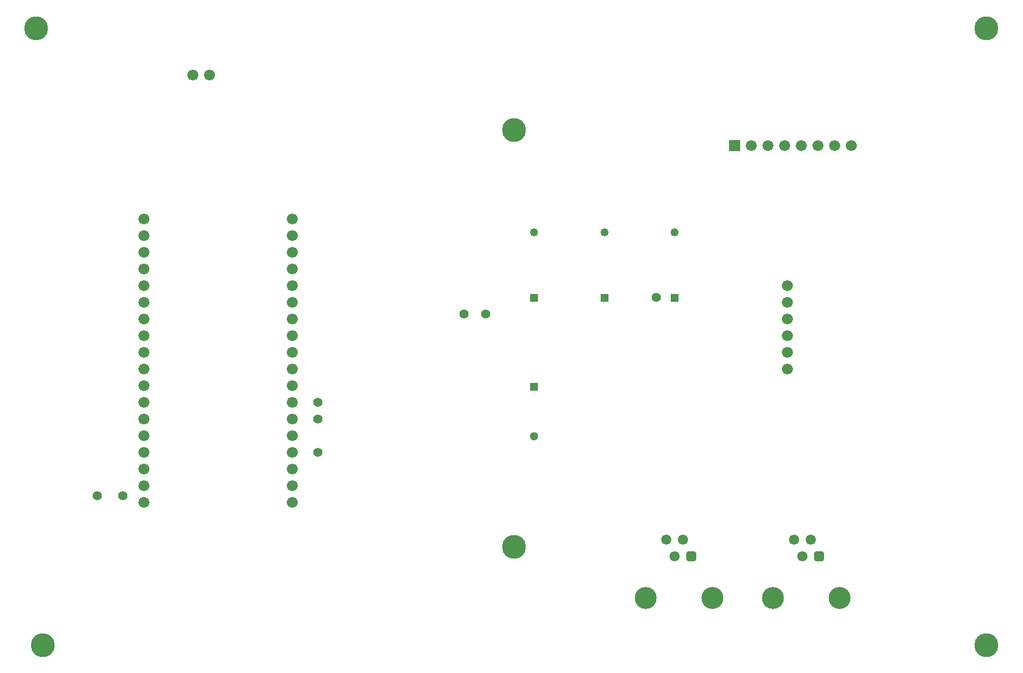
<source format=gbr>
%TF.GenerationSoftware,Altium Limited,Altium Designer,23.10.1 (27)*%
G04 Layer_Color=8388736*
%FSLAX45Y45*%
%MOMM*%
%TF.SameCoordinates,F6A67EC3-CF4D-4AC4-9858-863E4A550454*%
%TF.FilePolarity,Negative*%
%TF.FileFunction,Soldermask,Top*%
%TF.Part,Single*%
G01*
G75*
%TA.AperFunction,ComponentPad*%
%ADD18C,1.25000*%
%ADD19R,1.25000X1.25000*%
%ADD20C,1.30000*%
%ADD21R,1.30000X1.30000*%
%TA.AperFunction,ViaPad*%
%ADD25C,3.65000*%
%TA.AperFunction,ComponentPad*%
%ADD26C,1.67400*%
G04:AMPARAMS|DCode=27|XSize=1.55mm|YSize=1.55mm|CornerRadius=0.425mm|HoleSize=0mm|Usage=FLASHONLY|Rotation=180.000|XOffset=0mm|YOffset=0mm|HoleType=Round|Shape=RoundedRectangle|*
%AMROUNDEDRECTD27*
21,1,1.55000,0.70000,0,0,180.0*
21,1,0.70000,1.55000,0,0,180.0*
1,1,0.85000,-0.35000,0.35000*
1,1,0.85000,0.35000,0.35000*
1,1,0.85000,0.35000,-0.35000*
1,1,0.85000,-0.35000,-0.35000*
%
%ADD27ROUNDEDRECTD27*%
%ADD28C,1.55000*%
%ADD29C,3.35000*%
%ADD30R,1.67400X1.67400*%
%TA.AperFunction,ViaPad*%
%ADD31C,1.42000*%
D18*
X10071100Y6697600D02*
D03*
X8997950D02*
D03*
X7924800D02*
D03*
D19*
X10071100Y5697600D02*
D03*
X8997950D02*
D03*
X7924800D02*
D03*
D20*
Y3587400D02*
D03*
D21*
Y4337400D02*
D03*
D25*
X7620000Y1905000D02*
D03*
Y8255000D02*
D03*
X444500Y406400D02*
D03*
X342900Y9804400D02*
D03*
X14820900D02*
D03*
Y406400D02*
D03*
D26*
X4241800Y6896100D02*
D03*
Y6642100D02*
D03*
Y6388100D02*
D03*
Y6134100D02*
D03*
Y5880100D02*
D03*
Y5626100D02*
D03*
Y5372100D02*
D03*
Y5118100D02*
D03*
Y4864100D02*
D03*
Y4610100D02*
D03*
Y4356100D02*
D03*
Y4102100D02*
D03*
Y3848100D02*
D03*
Y3594100D02*
D03*
Y3340100D02*
D03*
Y3086100D02*
D03*
Y2832100D02*
D03*
Y2578100D02*
D03*
X1978660Y4356100D02*
D03*
Y4610100D02*
D03*
Y4864100D02*
D03*
Y5118100D02*
D03*
Y5372100D02*
D03*
Y5626100D02*
D03*
Y5880100D02*
D03*
Y6134100D02*
D03*
Y6388100D02*
D03*
Y6642100D02*
D03*
Y6896100D02*
D03*
Y4102100D02*
D03*
Y3848100D02*
D03*
Y2578100D02*
D03*
Y3086100D02*
D03*
Y3340100D02*
D03*
Y3594100D02*
D03*
Y2832100D02*
D03*
X11239500Y8013700D02*
D03*
X11493500D02*
D03*
X11747500D02*
D03*
X12001500D02*
D03*
X12255500D02*
D03*
X12509500D02*
D03*
X12763500D02*
D03*
X2984500Y9093200D02*
D03*
X2730500D02*
D03*
X11785600Y4610100D02*
D03*
Y4864100D02*
D03*
Y5118100D02*
D03*
Y5372100D02*
D03*
Y5626100D02*
D03*
Y5880100D02*
D03*
D27*
X10325100Y1758100D02*
D03*
X12268200D02*
D03*
D28*
X10198100Y2012100D02*
D03*
X10071100Y1758100D02*
D03*
X9944100Y2012100D02*
D03*
X11887200D02*
D03*
X12014200Y1758100D02*
D03*
X12141200Y2012100D02*
D03*
D29*
X9626600Y1123100D02*
D03*
X10642600D02*
D03*
X12585700D02*
D03*
X11569700D02*
D03*
D30*
X10985500Y8013700D02*
D03*
D31*
X4635500Y3340100D02*
D03*
X9791700Y5702300D02*
D03*
X6858000Y5448300D02*
D03*
X4635500Y4102100D02*
D03*
X1662879Y2676685D02*
D03*
X1270000Y2679700D02*
D03*
X7188200Y5448300D02*
D03*
X4635500Y3848100D02*
D03*
%TF.MD5,f924a8e69abe6851f795533729438dcf*%
M02*

</source>
